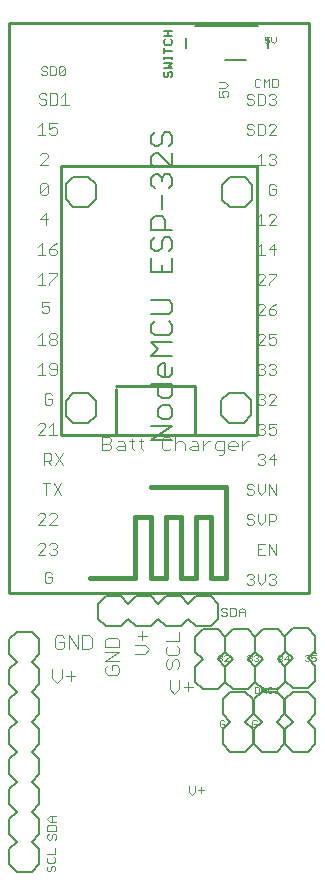
<source format=gbr>
G04 EAGLE Gerber RS-274X export*
G75*
%MOMM*%
%FSLAX34Y34*%
%LPD*%
%INSilkscreen Top*%
%IPPOS*%
%AMOC8*
5,1,8,0,0,1.08239X$1,22.5*%
G01*
%ADD10C,0.254000*%
%ADD11C,0.050800*%
%ADD12C,0.076200*%
%ADD13C,0.152400*%
%ADD14C,0.101600*%
%ADD15C,0.203200*%
%ADD16C,0.406400*%


D10*
X46541Y376870D02*
X46541Y604370D01*
X212541Y604870D01*
X212541Y376870D01*
X93041Y376870D01*
X46541Y376870D01*
X93041Y376870D02*
X93117Y416068D01*
X92617Y418068D02*
X159617Y418068D01*
X159541Y377870D01*
D11*
X210254Y163847D02*
X210254Y158254D01*
X213050Y158254D01*
X213983Y159186D01*
X213983Y162915D01*
X213050Y163847D01*
X210254Y163847D01*
X215867Y161983D02*
X215867Y158254D01*
X215867Y161983D02*
X217731Y163847D01*
X219596Y161983D01*
X219596Y158254D01*
X219596Y161050D02*
X215867Y161050D01*
X224277Y163847D02*
X225209Y162915D01*
X224277Y163847D02*
X222412Y163847D01*
X221480Y162915D01*
X221480Y159186D01*
X222412Y158254D01*
X224277Y158254D01*
X225209Y159186D01*
X227093Y161983D02*
X228958Y163847D01*
X228958Y158254D01*
X230822Y158254D02*
X227093Y158254D01*
X184483Y134415D02*
X183550Y135347D01*
X181686Y135347D01*
X180754Y134415D01*
X180754Y130686D01*
X181686Y129754D01*
X183550Y129754D01*
X184483Y130686D01*
X184483Y132550D01*
X182618Y132550D01*
X211050Y135347D02*
X211983Y134415D01*
X211050Y135347D02*
X209186Y135347D01*
X208254Y134415D01*
X208254Y130686D01*
X209186Y129754D01*
X211050Y129754D01*
X211983Y130686D01*
X211983Y132550D01*
X210118Y132550D01*
X229754Y189415D02*
X230686Y190347D01*
X232550Y190347D01*
X233483Y189415D01*
X233483Y188483D01*
X232550Y187550D01*
X231618Y187550D01*
X232550Y187550D02*
X233483Y186618D01*
X233483Y185686D01*
X232550Y184754D01*
X230686Y184754D01*
X229754Y185686D01*
X238163Y184754D02*
X238163Y190347D01*
X235367Y187550D01*
X239096Y187550D01*
D12*
X180331Y663379D02*
X180331Y668294D01*
X180331Y663379D02*
X184017Y663379D01*
X182788Y665836D01*
X182788Y667065D01*
X184017Y668294D01*
X186474Y668294D01*
X187703Y667065D01*
X187703Y664607D01*
X186474Y663379D01*
X185246Y670863D02*
X180331Y670863D01*
X185246Y670863D02*
X187703Y673320D01*
X185246Y675778D01*
X180331Y675778D01*
D13*
X261500Y192000D02*
X262500Y192000D01*
D14*
X48804Y205253D02*
X46855Y207202D01*
X42957Y207202D01*
X41008Y205253D01*
X41008Y197457D01*
X42957Y195508D01*
X46855Y195508D01*
X48804Y197457D01*
X48804Y201355D01*
X44906Y201355D01*
X52702Y195508D02*
X52702Y207202D01*
X60498Y195508D01*
X60498Y207202D01*
X64396Y207202D02*
X64396Y195508D01*
X70243Y195508D01*
X72192Y197457D01*
X72192Y205253D01*
X70243Y207202D01*
X64396Y207202D01*
X39008Y178702D02*
X39008Y170906D01*
X42906Y167008D01*
X46804Y170906D01*
X46804Y178702D01*
X50702Y172855D02*
X58498Y172855D01*
X54600Y176753D02*
X54600Y168957D01*
D12*
X35975Y39296D02*
X34747Y38067D01*
X34747Y35610D01*
X35975Y34381D01*
X37204Y34381D01*
X38433Y35610D01*
X38433Y38067D01*
X39662Y39296D01*
X40890Y39296D01*
X42119Y38067D01*
X42119Y35610D01*
X40890Y34381D01*
X42119Y41865D02*
X34747Y41865D01*
X42119Y41865D02*
X42119Y45551D01*
X40890Y46780D01*
X35975Y46780D01*
X34747Y45551D01*
X34747Y41865D01*
X37204Y49349D02*
X42119Y49349D01*
X37204Y49349D02*
X34747Y51807D01*
X37204Y54264D01*
X42119Y54264D01*
X38433Y54264D02*
X38433Y49349D01*
X35475Y12296D02*
X34247Y11067D01*
X34247Y8610D01*
X35475Y7381D01*
X36704Y7381D01*
X37933Y8610D01*
X37933Y11067D01*
X39162Y12296D01*
X40390Y12296D01*
X41619Y11067D01*
X41619Y8610D01*
X40390Y7381D01*
X34247Y18551D02*
X35475Y19780D01*
X34247Y18551D02*
X34247Y16094D01*
X35475Y14865D01*
X40390Y14865D01*
X41619Y16094D01*
X41619Y18551D01*
X40390Y19780D01*
X41619Y22349D02*
X34247Y22349D01*
X41619Y22349D02*
X41619Y27264D01*
X154881Y74838D02*
X154881Y79753D01*
X154881Y74838D02*
X157338Y72381D01*
X159796Y74838D01*
X159796Y79753D01*
X162365Y76067D02*
X167280Y76067D01*
X164823Y73610D02*
X164823Y78525D01*
D14*
X83798Y179855D02*
X85747Y181804D01*
X83798Y179855D02*
X83798Y175957D01*
X85747Y174008D01*
X93543Y174008D01*
X95492Y175957D01*
X95492Y179855D01*
X93543Y181804D01*
X89645Y181804D01*
X89645Y177906D01*
X95492Y185702D02*
X83798Y185702D01*
X95492Y193498D01*
X83798Y193498D01*
X83798Y197396D02*
X95492Y197396D01*
X95492Y203243D01*
X93543Y205192D01*
X85747Y205192D01*
X83798Y203243D01*
X83798Y197396D01*
X109298Y191508D02*
X117094Y191508D01*
X120992Y195406D01*
X117094Y199304D01*
X109298Y199304D01*
X115145Y203202D02*
X115145Y210998D01*
X111247Y207100D02*
X119043Y207100D01*
X138508Y169702D02*
X138508Y161906D01*
X142406Y158008D01*
X146304Y161906D01*
X146304Y169702D01*
X150202Y163855D02*
X157998Y163855D01*
X154100Y167753D02*
X154100Y159957D01*
D12*
X186796Y229525D02*
X185567Y230753D01*
X183110Y230753D01*
X181881Y229525D01*
X181881Y228296D01*
X183110Y227067D01*
X185567Y227067D01*
X186796Y225838D01*
X186796Y224610D01*
X185567Y223381D01*
X183110Y223381D01*
X181881Y224610D01*
X189365Y223381D02*
X189365Y230753D01*
X189365Y223381D02*
X193051Y223381D01*
X194280Y224610D01*
X194280Y229525D01*
X193051Y230753D01*
X189365Y230753D01*
X196849Y228296D02*
X196849Y223381D01*
X196849Y228296D02*
X199307Y230753D01*
X201764Y228296D01*
X201764Y223381D01*
X201764Y227067D02*
X196849Y227067D01*
D14*
X136747Y186804D02*
X134798Y184855D01*
X134798Y180957D01*
X136747Y179008D01*
X138696Y179008D01*
X140645Y180957D01*
X140645Y184855D01*
X142594Y186804D01*
X144543Y186804D01*
X146492Y184855D01*
X146492Y180957D01*
X144543Y179008D01*
X134798Y196549D02*
X136747Y198498D01*
X134798Y196549D02*
X134798Y192651D01*
X136747Y190702D01*
X144543Y190702D01*
X146492Y192651D01*
X146492Y196549D01*
X144543Y198498D01*
X146492Y202396D02*
X134798Y202396D01*
X146492Y202396D02*
X146492Y210192D01*
D15*
X207241Y406220D02*
X200891Y412570D01*
X188191Y412570D01*
X181841Y406220D01*
X181841Y393520D01*
X188191Y387170D01*
X200891Y387170D01*
X207241Y393520D01*
X207241Y406220D01*
X75741Y405720D02*
X69391Y412070D01*
X56691Y412070D01*
X50341Y405720D01*
X50341Y393020D01*
X56691Y386670D01*
X69391Y386670D01*
X75741Y393020D01*
X75741Y405720D01*
X75741Y589220D02*
X69391Y595570D01*
X56691Y595570D01*
X50341Y589220D01*
X50341Y576520D01*
X56691Y570170D01*
X69391Y570170D01*
X75741Y576520D01*
X75741Y589220D01*
D14*
X80873Y375476D02*
X80873Y363782D01*
X80873Y375476D02*
X86720Y375476D01*
X88669Y373527D01*
X88669Y371578D01*
X86720Y369629D01*
X88669Y367680D01*
X88669Y365731D01*
X86720Y363782D01*
X80873Y363782D01*
X80873Y369629D02*
X86720Y369629D01*
X94516Y371578D02*
X98414Y371578D01*
X100363Y369629D01*
X100363Y363782D01*
X94516Y363782D01*
X92567Y365731D01*
X94516Y367680D01*
X100363Y367680D01*
X106210Y365731D02*
X106210Y373527D01*
X106210Y365731D02*
X108159Y363782D01*
X108159Y371578D02*
X104261Y371578D01*
X114006Y373527D02*
X114006Y365731D01*
X115955Y363782D01*
X115955Y371578D02*
X112057Y371578D01*
X137394Y375476D02*
X139343Y373527D01*
X137394Y375476D02*
X133496Y375476D01*
X131547Y373527D01*
X131547Y365731D01*
X133496Y363782D01*
X137394Y363782D01*
X139343Y365731D01*
X143241Y363782D02*
X143241Y375476D01*
X145190Y371578D02*
X143241Y369629D01*
X145190Y371578D02*
X149088Y371578D01*
X151037Y369629D01*
X151037Y363782D01*
X156884Y371578D02*
X160782Y371578D01*
X162731Y369629D01*
X162731Y363782D01*
X156884Y363782D01*
X154935Y365731D01*
X156884Y367680D01*
X162731Y367680D01*
X166629Y363782D02*
X166629Y371578D01*
X166629Y367680D02*
X170527Y371578D01*
X172476Y371578D01*
X180272Y359884D02*
X182221Y359884D01*
X184170Y361833D01*
X184170Y371578D01*
X178323Y371578D01*
X176374Y369629D01*
X176374Y365731D01*
X178323Y363782D01*
X184170Y363782D01*
X190017Y363782D02*
X193915Y363782D01*
X190017Y363782D02*
X188068Y365731D01*
X188068Y369629D01*
X190017Y371578D01*
X193915Y371578D01*
X195864Y369629D01*
X195864Y367680D01*
X188068Y367680D01*
X199762Y363782D02*
X199762Y371578D01*
X199762Y367680D02*
X203660Y371578D01*
X205609Y371578D01*
D15*
X208241Y588720D02*
X201891Y595070D01*
X189191Y595070D01*
X182841Y588720D01*
X182841Y576020D01*
X189191Y569670D01*
X201891Y569670D01*
X208241Y576020D01*
X208241Y588720D01*
X151730Y704730D02*
X151730Y713270D01*
X221270Y713270D02*
X221270Y704730D01*
X213500Y723270D02*
X159500Y723270D01*
X185230Y694730D02*
X202770Y694730D01*
D13*
X134760Y684343D02*
X133658Y683242D01*
X133658Y681039D01*
X134760Y679937D01*
X135862Y679937D01*
X136963Y681039D01*
X136963Y683242D01*
X138065Y684343D01*
X139166Y684343D01*
X140268Y683242D01*
X140268Y681039D01*
X139166Y679937D01*
X140268Y687421D02*
X133658Y687421D01*
X138065Y689624D02*
X140268Y687421D01*
X138065Y689624D02*
X140268Y691827D01*
X133658Y691827D01*
X140268Y694905D02*
X140268Y697108D01*
X140268Y696007D02*
X133658Y696007D01*
X133658Y697108D02*
X133658Y694905D01*
X133658Y702098D02*
X140268Y702098D01*
X133658Y699895D02*
X133658Y704301D01*
X133658Y710684D02*
X134760Y711785D01*
X133658Y710684D02*
X133658Y708480D01*
X134760Y707379D01*
X139166Y707379D01*
X140268Y708480D01*
X140268Y710684D01*
X139166Y711785D01*
X140268Y714863D02*
X133658Y714863D01*
X136963Y714863D02*
X136963Y719269D01*
X133658Y719269D02*
X140268Y719269D01*
D15*
X210800Y180850D02*
X210800Y168150D01*
X210800Y180850D02*
X217150Y187200D01*
X229850Y187200D02*
X236200Y180850D01*
X217150Y187200D02*
X210800Y193550D01*
X210800Y206250D01*
X217150Y212600D01*
X229850Y212600D02*
X236200Y206250D01*
X236200Y193550D01*
X229850Y187200D01*
X229850Y161800D02*
X217150Y161800D01*
X210800Y168150D01*
X229850Y161800D02*
X236200Y168150D01*
X236200Y180850D01*
X229850Y212600D02*
X217150Y212600D01*
X236300Y127850D02*
X236300Y115150D01*
X236300Y127850D02*
X242650Y134200D01*
X255350Y134200D02*
X261700Y127850D01*
X242650Y134200D02*
X236300Y140550D01*
X236300Y153250D01*
X242650Y159600D01*
X255350Y159600D02*
X261700Y153250D01*
X261700Y140550D01*
X255350Y134200D01*
X255350Y108800D02*
X242650Y108800D01*
X236300Y115150D01*
X255350Y108800D02*
X261700Y115150D01*
X261700Y127850D01*
X255350Y159600D02*
X242650Y159600D01*
X236300Y168650D02*
X236300Y181350D01*
X242650Y187700D01*
X255350Y187700D02*
X261700Y181350D01*
X242650Y187700D02*
X236300Y194050D01*
X236300Y206750D01*
X242650Y213100D01*
X255350Y213100D02*
X261700Y206750D01*
X261700Y194050D01*
X255350Y187700D01*
X255350Y162300D02*
X242650Y162300D01*
X236300Y168650D01*
X255350Y162300D02*
X261700Y168650D01*
X261700Y181350D01*
X255350Y213100D02*
X242650Y213100D01*
D11*
X253422Y190963D02*
X252490Y190031D01*
X253422Y190963D02*
X255286Y190963D01*
X256218Y190031D01*
X256218Y189099D01*
X255286Y188166D01*
X254354Y188166D01*
X255286Y188166D02*
X256218Y187234D01*
X256218Y186302D01*
X255286Y185370D01*
X253422Y185370D01*
X252490Y186302D01*
X258103Y190963D02*
X261831Y190963D01*
X258103Y190963D02*
X258103Y188166D01*
X259967Y189099D01*
X260899Y189099D01*
X261831Y188166D01*
X261831Y186302D01*
X260899Y185370D01*
X259035Y185370D01*
X258103Y186302D01*
D16*
X109300Y256000D02*
X70900Y256000D01*
X109300Y256000D02*
X109300Y307200D01*
X122100Y307200D01*
X122100Y256000D01*
X134900Y256000D01*
X134900Y307200D01*
X147700Y307200D01*
X147700Y256000D01*
X160500Y256000D01*
X160500Y307200D01*
X173300Y307200D01*
X173300Y256000D01*
X186100Y256000D01*
X186100Y332800D01*
X122100Y332800D01*
D12*
X203415Y257919D02*
X204983Y259487D01*
X208118Y259487D01*
X209686Y257919D01*
X209686Y256352D01*
X208118Y254784D01*
X206551Y254784D01*
X208118Y254784D02*
X209686Y253216D01*
X209686Y251649D01*
X208118Y250081D01*
X204983Y250081D01*
X203415Y251649D01*
X212771Y253216D02*
X212771Y259487D01*
X212771Y253216D02*
X215906Y250081D01*
X219041Y253216D01*
X219041Y259487D01*
X222126Y257919D02*
X223693Y259487D01*
X226829Y259487D01*
X228397Y257919D01*
X228397Y256352D01*
X226829Y254784D01*
X225261Y254784D01*
X226829Y254784D02*
X228397Y253216D01*
X228397Y251649D01*
X226829Y250081D01*
X223693Y250081D01*
X222126Y251649D01*
X219041Y284887D02*
X212771Y284887D01*
X212771Y275481D01*
X219041Y275481D01*
X215906Y280184D02*
X212771Y280184D01*
X222126Y275481D02*
X222126Y284887D01*
X228397Y275481D01*
X228397Y284887D01*
X209686Y308719D02*
X208118Y310287D01*
X204983Y310287D01*
X203415Y308719D01*
X203415Y307152D01*
X204983Y305584D01*
X208118Y305584D01*
X209686Y304016D01*
X209686Y302449D01*
X208118Y300881D01*
X204983Y300881D01*
X203415Y302449D01*
X212771Y304016D02*
X212771Y310287D01*
X212771Y304016D02*
X215906Y300881D01*
X219041Y304016D01*
X219041Y310287D01*
X222126Y310287D02*
X222126Y300881D01*
X222126Y310287D02*
X226829Y310287D01*
X228397Y308719D01*
X228397Y305584D01*
X226829Y304016D01*
X222126Y304016D01*
X209686Y334119D02*
X208118Y335687D01*
X204983Y335687D01*
X203415Y334119D01*
X203415Y332552D01*
X204983Y330984D01*
X208118Y330984D01*
X209686Y329416D01*
X209686Y327849D01*
X208118Y326281D01*
X204983Y326281D01*
X203415Y327849D01*
X212771Y329416D02*
X212771Y335687D01*
X212771Y329416D02*
X215906Y326281D01*
X219041Y329416D01*
X219041Y335687D01*
X222126Y335687D02*
X222126Y326281D01*
X228397Y326281D02*
X222126Y335687D01*
X228397Y335687D02*
X228397Y326281D01*
X212771Y359519D02*
X214338Y361087D01*
X217474Y361087D01*
X219041Y359519D01*
X219041Y357952D01*
X217474Y356384D01*
X215906Y356384D01*
X217474Y356384D02*
X219041Y354816D01*
X219041Y353249D01*
X217474Y351681D01*
X214338Y351681D01*
X212771Y353249D01*
X226829Y351681D02*
X226829Y361087D01*
X222126Y356384D01*
X228397Y356384D01*
X212771Y384919D02*
X214338Y386487D01*
X217474Y386487D01*
X219041Y384919D01*
X219041Y383352D01*
X217474Y381784D01*
X215906Y381784D01*
X217474Y381784D02*
X219041Y380216D01*
X219041Y378649D01*
X217474Y377081D01*
X214338Y377081D01*
X212771Y378649D01*
X222126Y386487D02*
X228397Y386487D01*
X222126Y386487D02*
X222126Y381784D01*
X225261Y383352D01*
X226829Y383352D01*
X228397Y381784D01*
X228397Y378649D01*
X226829Y377081D01*
X223693Y377081D01*
X222126Y378649D01*
X212771Y410319D02*
X214338Y411887D01*
X217474Y411887D01*
X219041Y410319D01*
X219041Y408752D01*
X217474Y407184D01*
X215906Y407184D01*
X217474Y407184D02*
X219041Y405616D01*
X219041Y404049D01*
X217474Y402481D01*
X214338Y402481D01*
X212771Y404049D01*
X222126Y402481D02*
X228397Y402481D01*
X222126Y402481D02*
X228397Y408752D01*
X228397Y410319D01*
X226829Y411887D01*
X223693Y411887D01*
X222126Y410319D01*
X212771Y435719D02*
X214338Y437287D01*
X217474Y437287D01*
X219041Y435719D01*
X219041Y434152D01*
X217474Y432584D01*
X215906Y432584D01*
X217474Y432584D02*
X219041Y431016D01*
X219041Y429449D01*
X217474Y427881D01*
X214338Y427881D01*
X212771Y429449D01*
X222126Y435719D02*
X223693Y437287D01*
X226829Y437287D01*
X228397Y435719D01*
X228397Y434152D01*
X226829Y432584D01*
X225261Y432584D01*
X226829Y432584D02*
X228397Y431016D01*
X228397Y429449D01*
X226829Y427881D01*
X223693Y427881D01*
X222126Y429449D01*
X219041Y453281D02*
X212771Y453281D01*
X219041Y459552D01*
X219041Y461119D01*
X217474Y462687D01*
X214338Y462687D01*
X212771Y461119D01*
X222126Y462687D02*
X228397Y462687D01*
X222126Y462687D02*
X222126Y457984D01*
X225261Y459552D01*
X226829Y459552D01*
X228397Y457984D01*
X228397Y454849D01*
X226829Y453281D01*
X223693Y453281D01*
X222126Y454849D01*
X219041Y478681D02*
X212771Y478681D01*
X219041Y484952D01*
X219041Y486519D01*
X217474Y488087D01*
X214338Y488087D01*
X212771Y486519D01*
X225261Y486519D02*
X228397Y488087D01*
X225261Y486519D02*
X222126Y483384D01*
X222126Y480249D01*
X223693Y478681D01*
X226829Y478681D01*
X228397Y480249D01*
X228397Y481816D01*
X226829Y483384D01*
X222126Y483384D01*
X219041Y504081D02*
X212771Y504081D01*
X219041Y510352D01*
X219041Y511919D01*
X217474Y513487D01*
X214338Y513487D01*
X212771Y511919D01*
X222126Y513487D02*
X228397Y513487D01*
X228397Y511919D01*
X222126Y505649D01*
X222126Y504081D01*
X212771Y535752D02*
X215906Y538887D01*
X215906Y529481D01*
X212771Y529481D02*
X219041Y529481D01*
X226829Y529481D02*
X226829Y538887D01*
X222126Y534184D01*
X228397Y534184D01*
X212771Y561152D02*
X215906Y564287D01*
X215906Y554881D01*
X212771Y554881D02*
X219041Y554881D01*
X222126Y554881D02*
X228397Y554881D01*
X222126Y554881D02*
X228397Y561152D01*
X228397Y562719D01*
X226829Y564287D01*
X223693Y564287D01*
X222126Y562719D01*
X228397Y588119D02*
X226829Y589687D01*
X223693Y589687D01*
X222126Y588119D01*
X222126Y581849D01*
X223693Y580281D01*
X226829Y580281D01*
X228397Y581849D01*
X228397Y584984D01*
X225261Y584984D01*
X212771Y611952D02*
X215906Y615087D01*
X215906Y605681D01*
X212771Y605681D02*
X219041Y605681D01*
X222126Y613519D02*
X223693Y615087D01*
X226829Y615087D01*
X228397Y613519D01*
X228397Y611952D01*
X226829Y610384D01*
X225261Y610384D01*
X226829Y610384D02*
X228397Y608816D01*
X228397Y607249D01*
X226829Y605681D01*
X223693Y605681D01*
X222126Y607249D01*
X209686Y638919D02*
X208118Y640487D01*
X204983Y640487D01*
X203415Y638919D01*
X203415Y637352D01*
X204983Y635784D01*
X208118Y635784D01*
X209686Y634216D01*
X209686Y632649D01*
X208118Y631081D01*
X204983Y631081D01*
X203415Y632649D01*
X212771Y631081D02*
X212771Y640487D01*
X212771Y631081D02*
X217474Y631081D01*
X219041Y632649D01*
X219041Y638919D01*
X217474Y640487D01*
X212771Y640487D01*
X222126Y631081D02*
X228397Y631081D01*
X222126Y631081D02*
X228397Y637352D01*
X228397Y638919D01*
X226829Y640487D01*
X223693Y640487D01*
X222126Y638919D01*
X209686Y664319D02*
X208118Y665887D01*
X204983Y665887D01*
X203415Y664319D01*
X203415Y662752D01*
X204983Y661184D01*
X208118Y661184D01*
X209686Y659616D01*
X209686Y658049D01*
X208118Y656481D01*
X204983Y656481D01*
X203415Y658049D01*
X212771Y656481D02*
X212771Y665887D01*
X212771Y656481D02*
X217474Y656481D01*
X219041Y658049D01*
X219041Y664319D01*
X217474Y665887D01*
X212771Y665887D01*
X222126Y664319D02*
X223693Y665887D01*
X226829Y665887D01*
X228397Y664319D01*
X228397Y662752D01*
X226829Y661184D01*
X225261Y661184D01*
X226829Y661184D02*
X228397Y659616D01*
X228397Y658049D01*
X226829Y656481D01*
X223693Y656481D01*
X222126Y658049D01*
X215213Y677357D02*
X213985Y678585D01*
X211527Y678585D01*
X210299Y677357D01*
X210299Y672442D01*
X211527Y671213D01*
X213985Y671213D01*
X215213Y672442D01*
X217783Y671213D02*
X217783Y678585D01*
X220240Y676128D01*
X222698Y678585D01*
X222698Y671213D01*
X225267Y671213D02*
X225267Y678585D01*
X225267Y671213D02*
X228953Y671213D01*
X230182Y672442D01*
X230182Y677357D01*
X228953Y678585D01*
X225267Y678585D01*
D11*
X222586Y714271D02*
X218858Y714271D01*
X218858Y711474D01*
X220722Y712407D01*
X221654Y712407D01*
X222586Y711474D01*
X222586Y709610D01*
X221654Y708678D01*
X219790Y708678D01*
X218858Y709610D01*
X224471Y710542D02*
X224471Y714271D01*
X224471Y710542D02*
X226335Y708678D01*
X228199Y710542D01*
X228199Y714271D01*
D12*
X37169Y260957D02*
X38737Y259389D01*
X37169Y260957D02*
X34033Y260957D01*
X32466Y259389D01*
X32466Y253119D01*
X34033Y251551D01*
X37169Y251551D01*
X38737Y253119D01*
X38737Y256254D01*
X35601Y256254D01*
X33191Y275681D02*
X26921Y275681D01*
X33191Y281952D01*
X33191Y283519D01*
X31624Y285087D01*
X28488Y285087D01*
X26921Y283519D01*
X36276Y283519D02*
X37843Y285087D01*
X40979Y285087D01*
X42547Y283519D01*
X42547Y281952D01*
X40979Y280384D01*
X39411Y280384D01*
X40979Y280384D02*
X42547Y278816D01*
X42547Y277249D01*
X40979Y275681D01*
X37843Y275681D01*
X36276Y277249D01*
X33191Y301081D02*
X26921Y301081D01*
X33191Y307352D01*
X33191Y308919D01*
X31624Y310487D01*
X28488Y310487D01*
X26921Y308919D01*
X36276Y301081D02*
X42547Y301081D01*
X36276Y301081D02*
X42547Y307352D01*
X42547Y308919D01*
X40979Y310487D01*
X37843Y310487D01*
X36276Y308919D01*
X33866Y326481D02*
X33866Y335887D01*
X30731Y335887D02*
X37001Y335887D01*
X40086Y335887D02*
X46357Y326481D01*
X40086Y326481D02*
X46357Y335887D01*
X32001Y351881D02*
X32001Y361287D01*
X36704Y361287D01*
X38271Y359719D01*
X38271Y356584D01*
X36704Y355016D01*
X32001Y355016D01*
X35136Y355016D02*
X38271Y351881D01*
X47627Y351881D02*
X41356Y361287D01*
X47627Y361287D02*
X41356Y351881D01*
X33191Y377281D02*
X26921Y377281D01*
X33191Y383552D01*
X33191Y385119D01*
X31624Y386687D01*
X28488Y386687D01*
X26921Y385119D01*
X36276Y383552D02*
X39411Y386687D01*
X39411Y377281D01*
X36276Y377281D02*
X42547Y377281D01*
X38737Y410519D02*
X37169Y412087D01*
X34033Y412087D01*
X32466Y410519D01*
X32466Y404249D01*
X34033Y402681D01*
X37169Y402681D01*
X38737Y404249D01*
X38737Y407384D01*
X35601Y407384D01*
X26921Y434352D02*
X30056Y437487D01*
X30056Y428081D01*
X26921Y428081D02*
X33191Y428081D01*
X36276Y429649D02*
X37843Y428081D01*
X40979Y428081D01*
X42547Y429649D01*
X42547Y435919D01*
X40979Y437487D01*
X37843Y437487D01*
X36276Y435919D01*
X36276Y434352D01*
X37843Y432784D01*
X42547Y432784D01*
X26921Y459752D02*
X30056Y462887D01*
X30056Y453481D01*
X26921Y453481D02*
X33191Y453481D01*
X36276Y461319D02*
X37843Y462887D01*
X40979Y462887D01*
X42547Y461319D01*
X42547Y459752D01*
X40979Y458184D01*
X42547Y456616D01*
X42547Y455049D01*
X40979Y453481D01*
X37843Y453481D01*
X36276Y455049D01*
X36276Y456616D01*
X37843Y458184D01*
X36276Y459752D01*
X36276Y461319D01*
X37843Y458184D02*
X40979Y458184D01*
X36197Y489557D02*
X29926Y489557D01*
X29926Y484854D01*
X33061Y486422D01*
X34629Y486422D01*
X36197Y484854D01*
X36197Y481719D01*
X34629Y480151D01*
X31493Y480151D01*
X29926Y481719D01*
X26921Y510552D02*
X30056Y513687D01*
X30056Y504281D01*
X26921Y504281D02*
X33191Y504281D01*
X36276Y513687D02*
X42547Y513687D01*
X42547Y512119D01*
X36276Y505849D01*
X36276Y504281D01*
X26921Y535952D02*
X30056Y539087D01*
X30056Y529681D01*
X26921Y529681D02*
X33191Y529681D01*
X39411Y537519D02*
X42547Y539087D01*
X39411Y537519D02*
X36276Y534384D01*
X36276Y531249D01*
X37843Y529681D01*
X40979Y529681D01*
X42547Y531249D01*
X42547Y532816D01*
X40979Y534384D01*
X36276Y534384D01*
X33359Y555081D02*
X33359Y564487D01*
X28656Y559784D01*
X34927Y559784D01*
X28656Y582049D02*
X28656Y588319D01*
X30223Y589887D01*
X33359Y589887D01*
X34927Y588319D01*
X34927Y582049D01*
X33359Y580481D01*
X30223Y580481D01*
X28656Y582049D01*
X34927Y588319D01*
X34927Y605881D02*
X28656Y605881D01*
X34927Y612152D01*
X34927Y613719D01*
X33359Y615287D01*
X30223Y615287D01*
X28656Y613719D01*
X26921Y637552D02*
X30056Y640687D01*
X30056Y631281D01*
X26921Y631281D02*
X33191Y631281D01*
X36276Y640687D02*
X42547Y640687D01*
X36276Y640687D02*
X36276Y635984D01*
X39411Y637552D01*
X40979Y637552D01*
X42547Y635984D01*
X42547Y632849D01*
X40979Y631281D01*
X37843Y631281D01*
X36276Y632849D01*
X33996Y664519D02*
X32428Y666087D01*
X29293Y666087D01*
X27725Y664519D01*
X27725Y662952D01*
X29293Y661384D01*
X32428Y661384D01*
X33996Y659816D01*
X33996Y658249D01*
X32428Y656681D01*
X29293Y656681D01*
X27725Y658249D01*
X37081Y656681D02*
X37081Y666087D01*
X37081Y656681D02*
X41784Y656681D01*
X43351Y658249D01*
X43351Y664519D01*
X41784Y666087D01*
X37081Y666087D01*
X46436Y662952D02*
X49571Y666087D01*
X49571Y656681D01*
X46436Y656681D02*
X52707Y656681D01*
X34443Y687717D02*
X33215Y688945D01*
X30757Y688945D01*
X29529Y687717D01*
X29529Y686488D01*
X30757Y685259D01*
X33215Y685259D01*
X34443Y684030D01*
X34443Y682802D01*
X33215Y681573D01*
X30757Y681573D01*
X29529Y682802D01*
X37013Y681573D02*
X37013Y688945D01*
X37013Y681573D02*
X40699Y681573D01*
X41928Y682802D01*
X41928Y687717D01*
X40699Y688945D01*
X37013Y688945D01*
X44497Y687717D02*
X44497Y682802D01*
X44497Y687717D02*
X45726Y688945D01*
X48183Y688945D01*
X49412Y687717D01*
X49412Y682802D01*
X48183Y681573D01*
X45726Y681573D01*
X44497Y682802D01*
X49412Y687717D01*
D13*
X122743Y372462D02*
X140538Y372462D01*
X140538Y384325D02*
X122743Y372462D01*
X122743Y384325D02*
X140538Y384325D01*
X140538Y393203D02*
X140538Y399134D01*
X137572Y402100D01*
X131640Y402100D01*
X128675Y399134D01*
X128675Y393203D01*
X131640Y390237D01*
X137572Y390237D01*
X140538Y393203D01*
X140538Y419875D02*
X122743Y419875D01*
X140538Y419875D02*
X140538Y410978D01*
X137572Y408012D01*
X131640Y408012D01*
X128675Y410978D01*
X128675Y419875D01*
X140538Y428752D02*
X140538Y434684D01*
X140538Y428752D02*
X137572Y425787D01*
X131640Y425787D01*
X128675Y428752D01*
X128675Y434684D01*
X131640Y437650D01*
X134606Y437650D01*
X134606Y425787D01*
X140538Y443561D02*
X122743Y443561D01*
X128675Y449493D01*
X122743Y455425D01*
X140538Y455425D01*
X125709Y473200D02*
X122743Y470234D01*
X122743Y464302D01*
X125709Y461336D01*
X137572Y461336D01*
X140538Y464302D01*
X140538Y470234D01*
X137572Y473200D01*
X137572Y479111D02*
X122743Y479111D01*
X137572Y479111D02*
X140538Y482077D01*
X140538Y488009D01*
X137572Y490975D01*
X122743Y490975D01*
X122743Y514661D02*
X122743Y526524D01*
X122743Y514661D02*
X140538Y514661D01*
X140538Y526524D01*
X131640Y520592D02*
X131640Y514661D01*
X122743Y541333D02*
X125709Y544299D01*
X122743Y541333D02*
X122743Y535401D01*
X125709Y532436D01*
X128675Y532436D01*
X131640Y535401D01*
X131640Y541333D01*
X134606Y544299D01*
X137572Y544299D01*
X140538Y541333D01*
X140538Y535401D01*
X137572Y532436D01*
X140538Y550210D02*
X122743Y550210D01*
X122743Y559108D01*
X125709Y562074D01*
X131640Y562074D01*
X134606Y559108D01*
X134606Y550210D01*
X131640Y567985D02*
X131640Y579849D01*
X125709Y585760D02*
X122743Y588726D01*
X122743Y594658D01*
X125709Y597624D01*
X128675Y597624D01*
X131640Y594658D01*
X131640Y591692D01*
X131640Y594658D02*
X134606Y597624D01*
X137572Y597624D01*
X140538Y594658D01*
X140538Y588726D01*
X137572Y585760D01*
X140538Y603535D02*
X140538Y615398D01*
X140538Y603535D02*
X128675Y615398D01*
X125709Y615398D01*
X122743Y612433D01*
X122743Y606501D01*
X125709Y603535D01*
X122743Y630207D02*
X125709Y633173D01*
X122743Y630207D02*
X122743Y624276D01*
X125709Y621310D01*
X128675Y621310D01*
X131640Y624276D01*
X131640Y630207D01*
X134606Y633173D01*
X137572Y633173D01*
X140538Y630207D01*
X140538Y624276D01*
X137572Y621310D01*
D10*
X2500Y725800D02*
X2500Y243200D01*
X2500Y725800D02*
X256500Y725800D01*
X256500Y243200D01*
X2500Y243200D01*
D15*
X159800Y180850D02*
X159800Y168150D01*
X159800Y180850D02*
X166150Y187200D01*
X178850Y187200D02*
X185200Y180850D01*
X166150Y187200D02*
X159800Y193550D01*
X159800Y206250D01*
X166150Y212600D01*
X178850Y212600D02*
X185200Y206250D01*
X185200Y193550D01*
X178850Y187200D01*
X178850Y161800D02*
X166150Y161800D01*
X159800Y168150D01*
X178850Y161800D02*
X185200Y168150D01*
X185200Y180850D01*
X178850Y212600D02*
X166150Y212600D01*
D11*
X179922Y190963D02*
X178990Y190031D01*
X179922Y190963D02*
X181786Y190963D01*
X182718Y190031D01*
X182718Y189099D01*
X181786Y188166D01*
X180854Y188166D01*
X181786Y188166D02*
X182718Y187234D01*
X182718Y186302D01*
X181786Y185370D01*
X179922Y185370D01*
X178990Y186302D01*
X184603Y185370D02*
X188331Y185370D01*
X184603Y185370D02*
X188331Y189099D01*
X188331Y190031D01*
X187399Y190963D01*
X185535Y190963D01*
X184603Y190031D01*
D15*
X185300Y180850D02*
X185300Y168150D01*
X185300Y180850D02*
X191650Y187200D01*
X204350Y187200D02*
X210700Y180850D01*
X191650Y187200D02*
X185300Y193550D01*
X185300Y206250D01*
X191650Y212600D01*
X204350Y212600D02*
X210700Y206250D01*
X210700Y193550D01*
X204350Y187200D01*
X204350Y161800D02*
X191650Y161800D01*
X185300Y168150D01*
X204350Y161800D02*
X210700Y168150D01*
X210700Y180850D01*
X204350Y212600D02*
X191650Y212600D01*
D11*
X204922Y190963D02*
X203990Y190031D01*
X204922Y190963D02*
X206786Y190963D01*
X207718Y190031D01*
X207718Y189099D01*
X206786Y188166D01*
X205854Y188166D01*
X206786Y188166D02*
X207718Y187234D01*
X207718Y186302D01*
X206786Y185370D01*
X204922Y185370D01*
X203990Y186302D01*
X209603Y190031D02*
X210535Y190963D01*
X212399Y190963D01*
X213331Y190031D01*
X213331Y189099D01*
X212399Y188166D01*
X211467Y188166D01*
X212399Y188166D02*
X213331Y187234D01*
X213331Y186302D01*
X212399Y185370D01*
X210535Y185370D01*
X209603Y186302D01*
D15*
X173050Y240200D02*
X160350Y240200D01*
X173050Y240200D02*
X179400Y233850D01*
X179400Y221150D02*
X173050Y214800D01*
X134950Y240200D02*
X128600Y233850D01*
X134950Y240200D02*
X147650Y240200D01*
X154000Y233850D01*
X154000Y221150D02*
X147650Y214800D01*
X134950Y214800D01*
X128600Y221150D01*
X154000Y233850D02*
X160350Y240200D01*
X154000Y221150D02*
X160350Y214800D01*
X173050Y214800D01*
X96850Y240200D02*
X84150Y240200D01*
X96850Y240200D02*
X103200Y233850D01*
X103200Y221150D02*
X96850Y214800D01*
X103200Y233850D02*
X109550Y240200D01*
X122250Y240200D01*
X128600Y233850D01*
X128600Y221150D02*
X122250Y214800D01*
X109550Y214800D01*
X103200Y221150D01*
X77800Y221150D02*
X77800Y233850D01*
X84150Y240200D01*
X77800Y221150D02*
X84150Y214800D01*
X96850Y214800D01*
X179400Y221150D02*
X179400Y233850D01*
X235200Y153350D02*
X235200Y140650D01*
X228850Y134300D01*
X216150Y134300D02*
X209800Y140650D01*
X228850Y134300D02*
X235200Y127950D01*
X235200Y115250D01*
X228850Y108900D01*
X216150Y108900D02*
X209800Y115250D01*
X209800Y127950D01*
X216150Y134300D01*
X216150Y159700D02*
X228850Y159700D01*
X235200Y153350D01*
X216150Y159700D02*
X209800Y153350D01*
X209800Y140650D01*
X216150Y108900D02*
X228850Y108900D01*
X208700Y140650D02*
X208700Y153350D01*
X208700Y140650D02*
X202350Y134300D01*
X189650Y134300D02*
X183300Y140650D01*
X202350Y134300D02*
X208700Y127950D01*
X208700Y115250D01*
X202350Y108900D01*
X189650Y108900D02*
X183300Y115250D01*
X183300Y127950D01*
X189650Y134300D01*
X189650Y159700D02*
X202350Y159700D01*
X208700Y153350D01*
X189650Y159700D02*
X183300Y153350D01*
X183300Y140650D01*
X189650Y108900D02*
X202350Y108900D01*
X2300Y166050D02*
X2300Y178750D01*
X8650Y185100D01*
X21350Y185100D02*
X27700Y178750D01*
X2300Y140650D02*
X8650Y134300D01*
X2300Y140650D02*
X2300Y153350D01*
X8650Y159700D01*
X21350Y159700D02*
X27700Y153350D01*
X27700Y140650D01*
X21350Y134300D01*
X8650Y159700D02*
X2300Y166050D01*
X21350Y159700D02*
X27700Y166050D01*
X27700Y178750D01*
X2300Y102550D02*
X2300Y89850D01*
X2300Y102550D02*
X8650Y108900D01*
X21350Y108900D02*
X27700Y102550D01*
X8650Y108900D02*
X2300Y115250D01*
X2300Y127950D01*
X8650Y134300D01*
X21350Y134300D02*
X27700Y127950D01*
X27700Y115250D01*
X21350Y108900D01*
X2300Y64450D02*
X8650Y58100D01*
X2300Y64450D02*
X2300Y77150D01*
X8650Y83500D01*
X21350Y83500D02*
X27700Y77150D01*
X27700Y64450D01*
X21350Y58100D01*
X8650Y83500D02*
X2300Y89850D01*
X21350Y83500D02*
X27700Y89850D01*
X27700Y102550D01*
X2300Y26350D02*
X2300Y13650D01*
X2300Y26350D02*
X8650Y32700D01*
X21350Y32700D02*
X27700Y26350D01*
X8650Y32700D02*
X2300Y39050D01*
X2300Y51750D01*
X8650Y58100D01*
X21350Y58100D02*
X27700Y51750D01*
X27700Y39050D01*
X21350Y32700D01*
X21350Y7300D02*
X8650Y7300D01*
X2300Y13650D01*
X21350Y7300D02*
X27700Y13650D01*
X27700Y26350D01*
X2300Y191450D02*
X2300Y204150D01*
X8650Y210500D01*
X21350Y210500D01*
X27700Y204150D01*
X8650Y185100D02*
X2300Y191450D01*
X21350Y185100D02*
X27700Y191450D01*
X27700Y204150D01*
M02*

</source>
